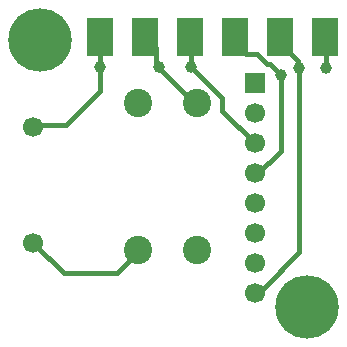
<source format=gtl>
G04*
G04 #@! TF.GenerationSoftware,Altium Limited,Altium Designer,21.9.2 (33)*
G04*
G04 Layer_Physical_Order=1*
G04 Layer_Color=255*
%FSLAX25Y25*%
%MOIN*%
G70*
G04*
G04 #@! TF.SameCoordinates,977259B3-0B2F-49BC-815A-F7E1FA794F82*
G04*
G04*
G04 #@! TF.FilePolarity,Positive*
G04*
G01*
G75*
%ADD12R,0.08858X0.12795*%
%ADD19C,0.01500*%
%ADD20C,0.21102*%
%ADD21C,0.09449*%
%ADD22R,0.06693X0.06693*%
%ADD23C,0.06693*%
%ADD24C,0.03937*%
D12*
X32205Y102165D02*
D03*
X47205D02*
D03*
X62205D02*
D03*
X77205D02*
D03*
X92205D02*
D03*
X107205D02*
D03*
D19*
X20159Y23463D02*
X37831D01*
X43832Y29463D01*
X107500Y91900D02*
Y101870D01*
X107205Y102165D02*
X107500Y101870D01*
X10691Y72974D02*
X20874D01*
X32200Y84300D02*
Y92100D01*
X20874Y72974D02*
X32200Y84300D01*
Y92100D02*
Y102161D01*
X9961Y72244D02*
X10691Y72974D01*
X52000Y91841D02*
X63386Y80455D01*
Y80197D02*
Y80455D01*
X52000Y91841D02*
Y92100D01*
X50884Y93876D02*
Y98486D01*
X47205Y102165D02*
X50884Y98486D01*
X86569Y18301D02*
X98700Y30432D01*
Y91900D01*
X92205Y100197D02*
X98234Y94168D01*
X92205Y100197D02*
Y102165D01*
X84364Y56164D02*
X92400Y64200D01*
Y89600D01*
X87900Y93100D02*
X88900D01*
X92400Y89600D01*
X84482Y96518D02*
X87900Y93100D01*
X77205Y100197D02*
Y102165D01*
Y100197D02*
X80884Y96518D01*
X84482D01*
X75700Y100661D02*
X77205Y102165D01*
X72901Y77610D02*
X83780Y66732D01*
X72901Y77610D02*
Y81799D01*
X62400Y92300D02*
X72901Y81799D01*
X62400Y92300D02*
Y101970D01*
X62205Y102165D02*
X62400Y101970D01*
X32200Y102161D02*
X32205Y102165D01*
X84025Y15757D02*
Y15786D01*
X9961Y33661D02*
X20159Y23463D01*
X84025Y15786D02*
X86540Y18301D01*
X86569D01*
X103526Y106142D02*
X107205Y102463D01*
Y102165D02*
Y102463D01*
X88526Y106299D02*
X92205Y102620D01*
D20*
X12205Y101295D02*
D03*
X101299Y12205D02*
D03*
D21*
X44935Y80368D02*
D03*
Y31155D02*
D03*
X64620D02*
D03*
Y80368D02*
D03*
D22*
X83780Y86732D02*
D03*
D23*
Y76732D02*
D03*
Y66732D02*
D03*
Y56732D02*
D03*
Y46732D02*
D03*
Y36732D02*
D03*
Y26732D02*
D03*
Y16732D02*
D03*
X9961Y72244D02*
D03*
Y33661D02*
D03*
D24*
X107500Y91900D02*
D03*
X98700D02*
D03*
X52000Y92100D02*
D03*
X62400Y92300D02*
D03*
X32200Y92100D02*
D03*
X92400Y89600D02*
D03*
M02*

</source>
